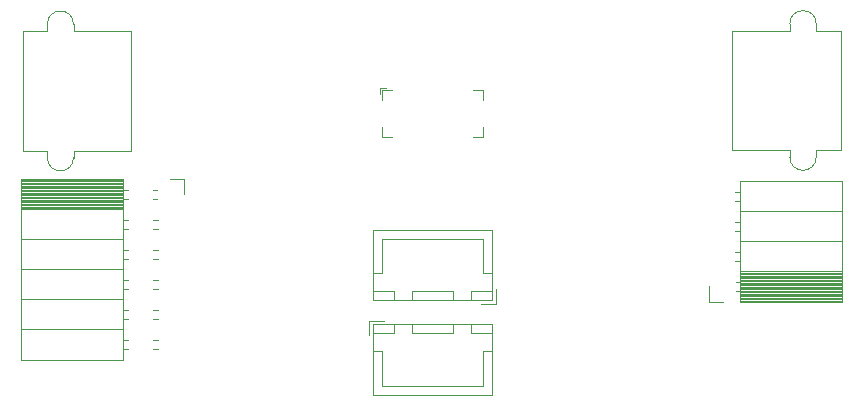
<source format=gbr>
%TF.GenerationSoftware,KiCad,Pcbnew,7.0.11*%
%TF.CreationDate,2025-01-20T01:43:57+09:00*%
%TF.ProjectId,Relay,52656c61-792e-46b6-9963-61645f706362,rev?*%
%TF.SameCoordinates,Original*%
%TF.FileFunction,Legend,Top*%
%TF.FilePolarity,Positive*%
%FSLAX46Y46*%
G04 Gerber Fmt 4.6, Leading zero omitted, Abs format (unit mm)*
G04 Created by KiCad (PCBNEW 7.0.11) date 2025-01-20 01:43:57*
%MOMM*%
%LPD*%
G01*
G04 APERTURE LIST*
%ADD10C,0.120000*%
G04 APERTURE END LIST*
D10*
%TO.C,J4*%
X119787000Y-86295000D02*
X119787000Y-85705000D01*
X122007000Y-86295000D02*
X122007000Y-85705000D01*
X117687000Y-85705000D02*
X119787000Y-85705000D01*
X117687000Y-85705000D02*
X117687000Y-75585000D01*
X122007000Y-85705000D02*
X126907000Y-85705000D01*
X126907000Y-85705000D02*
X126907000Y-75585000D01*
X117687000Y-75585000D02*
X119787000Y-75585000D01*
X119787000Y-75585000D02*
X119787000Y-74995000D01*
X122007000Y-75585000D02*
X126907000Y-75585000D01*
X122007000Y-75585000D02*
X122007000Y-74995000D01*
X119787000Y-86295000D02*
G75*
G03*
X122007000Y-86295000I1110000J0D01*
G01*
X122007000Y-74995000D02*
G75*
G03*
X119787000Y-74995000I-1110000J0D01*
G01*
%TO.C,J5*%
X147050000Y-100103000D02*
X147050000Y-101353000D01*
X147340000Y-100393000D02*
X147340000Y-106363000D01*
X147340000Y-106363000D02*
X157460000Y-106363000D01*
X147350000Y-100403000D02*
X147350000Y-101153000D01*
X147350000Y-101153000D02*
X149150000Y-101153000D01*
X147350000Y-102653000D02*
X148100000Y-102653000D01*
X148100000Y-102653000D02*
X148100000Y-105603000D01*
X148100000Y-105603000D02*
X152400000Y-105603000D01*
X148300000Y-100103000D02*
X147050000Y-100103000D01*
X149150000Y-100403000D02*
X147350000Y-100403000D01*
X149150000Y-101153000D02*
X149150000Y-100403000D01*
X150650000Y-100403000D02*
X150650000Y-101153000D01*
X150650000Y-101153000D02*
X154150000Y-101153000D01*
X154150000Y-100403000D02*
X150650000Y-100403000D01*
X154150000Y-101153000D02*
X154150000Y-100403000D01*
X155650000Y-100403000D02*
X155650000Y-101153000D01*
X155650000Y-101153000D02*
X157450000Y-101153000D01*
X156700000Y-102653000D02*
X156700000Y-105603000D01*
X156700000Y-105603000D02*
X152400000Y-105603000D01*
X157450000Y-100403000D02*
X155650000Y-100403000D01*
X157450000Y-101153000D02*
X157450000Y-100403000D01*
X157450000Y-102653000D02*
X156700000Y-102653000D01*
X157460000Y-100393000D02*
X147340000Y-100393000D01*
X157460000Y-106363000D02*
X157460000Y-100393000D01*
%TO.C,J1*%
X147980000Y-80380000D02*
X147980000Y-80880000D01*
X147980000Y-80380000D02*
X148480000Y-80380000D01*
X148130000Y-80530000D02*
X148130000Y-81430000D01*
X148130000Y-80530000D02*
X148930000Y-80530000D01*
X148130000Y-84570000D02*
X148130000Y-83670000D01*
X148130000Y-84570000D02*
X148930000Y-84570000D01*
X156670000Y-80530000D02*
X155870000Y-80530000D01*
X156670000Y-80530000D02*
X156670000Y-81430000D01*
X156670000Y-84570000D02*
X155870000Y-84570000D01*
X156670000Y-84570000D02*
X156670000Y-83670000D01*
%TO.C,J6*%
X157750000Y-98652000D02*
X157750000Y-97402000D01*
X157460000Y-98362000D02*
X157460000Y-92392000D01*
X157460000Y-92392000D02*
X147340000Y-92392000D01*
X157450000Y-98352000D02*
X157450000Y-97602000D01*
X157450000Y-97602000D02*
X155650000Y-97602000D01*
X157450000Y-96102000D02*
X156700000Y-96102000D01*
X156700000Y-96102000D02*
X156700000Y-93152000D01*
X156700000Y-93152000D02*
X152400000Y-93152000D01*
X156500000Y-98652000D02*
X157750000Y-98652000D01*
X155650000Y-98352000D02*
X157450000Y-98352000D01*
X155650000Y-97602000D02*
X155650000Y-98352000D01*
X154150000Y-98352000D02*
X154150000Y-97602000D01*
X154150000Y-97602000D02*
X150650000Y-97602000D01*
X150650000Y-98352000D02*
X154150000Y-98352000D01*
X150650000Y-97602000D02*
X150650000Y-98352000D01*
X149150000Y-98352000D02*
X149150000Y-97602000D01*
X149150000Y-97602000D02*
X147350000Y-97602000D01*
X148100000Y-96102000D02*
X148100000Y-93152000D01*
X148100000Y-93152000D02*
X152400000Y-93152000D01*
X147350000Y-98352000D02*
X149150000Y-98352000D01*
X147350000Y-97602000D02*
X147350000Y-98352000D01*
X147350000Y-96102000D02*
X148100000Y-96102000D01*
X147340000Y-98362000D02*
X157460000Y-98362000D01*
X147340000Y-92392000D02*
X147340000Y-98362000D01*
%TO.C,J8*%
X117582000Y-88078000D02*
X117582000Y-103438000D01*
X117582000Y-88078000D02*
X126212000Y-88078000D01*
X117582000Y-88198000D02*
X126212000Y-88198000D01*
X117582000Y-88316095D02*
X126212000Y-88316095D01*
X117582000Y-88434190D02*
X126212000Y-88434190D01*
X117582000Y-88552285D02*
X126212000Y-88552285D01*
X117582000Y-88670380D02*
X126212000Y-88670380D01*
X117582000Y-88788475D02*
X126212000Y-88788475D01*
X117582000Y-88906570D02*
X126212000Y-88906570D01*
X117582000Y-89024665D02*
X126212000Y-89024665D01*
X117582000Y-89142760D02*
X126212000Y-89142760D01*
X117582000Y-89260855D02*
X126212000Y-89260855D01*
X117582000Y-89378950D02*
X126212000Y-89378950D01*
X117582000Y-89497045D02*
X126212000Y-89497045D01*
X117582000Y-89615140D02*
X126212000Y-89615140D01*
X117582000Y-89733235D02*
X126212000Y-89733235D01*
X117582000Y-89851330D02*
X126212000Y-89851330D01*
X117582000Y-89969425D02*
X126212000Y-89969425D01*
X117582000Y-90087520D02*
X126212000Y-90087520D01*
X117582000Y-90205615D02*
X126212000Y-90205615D01*
X117582000Y-90323710D02*
X126212000Y-90323710D01*
X117582000Y-90441805D02*
X126212000Y-90441805D01*
X117582000Y-90559900D02*
X126212000Y-90559900D01*
X117582000Y-90678000D02*
X126212000Y-90678000D01*
X117582000Y-93218000D02*
X126212000Y-93218000D01*
X117582000Y-95758000D02*
X126212000Y-95758000D01*
X117582000Y-98298000D02*
X126212000Y-98298000D01*
X117582000Y-100838000D02*
X126212000Y-100838000D01*
X117582000Y-103438000D02*
X126212000Y-103438000D01*
X126212000Y-88078000D02*
X126212000Y-103438000D01*
X126212000Y-89048000D02*
X126622000Y-89048000D01*
X126212000Y-89768000D02*
X126622000Y-89768000D01*
X126212000Y-91588000D02*
X126622000Y-91588000D01*
X126212000Y-92308000D02*
X126622000Y-92308000D01*
X126212000Y-94128000D02*
X126622000Y-94128000D01*
X126212000Y-94848000D02*
X126622000Y-94848000D01*
X126212000Y-96668000D02*
X126622000Y-96668000D01*
X126212000Y-97388000D02*
X126622000Y-97388000D01*
X126212000Y-99208000D02*
X126622000Y-99208000D01*
X126212000Y-99928000D02*
X126622000Y-99928000D01*
X126212000Y-101748000D02*
X126622000Y-101748000D01*
X126212000Y-102468000D02*
X126622000Y-102468000D01*
X128722000Y-89048000D02*
X129102000Y-89048000D01*
X128722000Y-89768000D02*
X129102000Y-89768000D01*
X128722000Y-91588000D02*
X129162000Y-91588000D01*
X128722000Y-92308000D02*
X129162000Y-92308000D01*
X128722000Y-94128000D02*
X129162000Y-94128000D01*
X128722000Y-94848000D02*
X129162000Y-94848000D01*
X128722000Y-96668000D02*
X129162000Y-96668000D01*
X128722000Y-97388000D02*
X129162000Y-97388000D01*
X128722000Y-99208000D02*
X129162000Y-99208000D01*
X128722000Y-99928000D02*
X129162000Y-99928000D01*
X128722000Y-101748000D02*
X129162000Y-101748000D01*
X128722000Y-102468000D02*
X129162000Y-102468000D01*
X130212000Y-88078000D02*
X131322000Y-88078000D01*
X131322000Y-88078000D02*
X131322000Y-89408000D01*
%TO.C,J3*%
X184879000Y-74956000D02*
X184879000Y-75546000D01*
X182659000Y-74956000D02*
X182659000Y-75546000D01*
X186979000Y-75546000D02*
X184879000Y-75546000D01*
X186979000Y-75546000D02*
X186979000Y-85666000D01*
X182659000Y-75546000D02*
X177759000Y-75546000D01*
X177759000Y-75546000D02*
X177759000Y-85666000D01*
X186979000Y-85666000D02*
X184879000Y-85666000D01*
X184879000Y-85666000D02*
X184879000Y-86256000D01*
X182659000Y-85666000D02*
X177759000Y-85666000D01*
X182659000Y-85666000D02*
X182659000Y-86256000D01*
X184879000Y-74956000D02*
G75*
G03*
X182659000Y-74956000I-1110000J0D01*
G01*
X182659000Y-86256000D02*
G75*
G03*
X184879000Y-86256000I1110000J0D01*
G01*
%TO.C,J7*%
X187046000Y-98525000D02*
X187046000Y-88245000D01*
X187046000Y-98525000D02*
X178416000Y-98525000D01*
X187046000Y-98405000D02*
X178416000Y-98405000D01*
X187046000Y-98286905D02*
X178416000Y-98286905D01*
X187046000Y-98168810D02*
X178416000Y-98168810D01*
X187046000Y-98050715D02*
X178416000Y-98050715D01*
X187046000Y-97932620D02*
X178416000Y-97932620D01*
X187046000Y-97814525D02*
X178416000Y-97814525D01*
X187046000Y-97696430D02*
X178416000Y-97696430D01*
X187046000Y-97578335D02*
X178416000Y-97578335D01*
X187046000Y-97460240D02*
X178416000Y-97460240D01*
X187046000Y-97342145D02*
X178416000Y-97342145D01*
X187046000Y-97224050D02*
X178416000Y-97224050D01*
X187046000Y-97105955D02*
X178416000Y-97105955D01*
X187046000Y-96987860D02*
X178416000Y-96987860D01*
X187046000Y-96869765D02*
X178416000Y-96869765D01*
X187046000Y-96751670D02*
X178416000Y-96751670D01*
X187046000Y-96633575D02*
X178416000Y-96633575D01*
X187046000Y-96515480D02*
X178416000Y-96515480D01*
X187046000Y-96397385D02*
X178416000Y-96397385D01*
X187046000Y-96279290D02*
X178416000Y-96279290D01*
X187046000Y-96161195D02*
X178416000Y-96161195D01*
X187046000Y-96043100D02*
X178416000Y-96043100D01*
X187046000Y-95925000D02*
X178416000Y-95925000D01*
X187046000Y-93385000D02*
X178416000Y-93385000D01*
X187046000Y-90845000D02*
X178416000Y-90845000D01*
X187046000Y-88245000D02*
X178416000Y-88245000D01*
X178416000Y-98525000D02*
X178416000Y-88245000D01*
X178416000Y-97555000D02*
X178066000Y-97555000D01*
X178416000Y-96835000D02*
X178066000Y-96835000D01*
X178416000Y-95015000D02*
X178006000Y-95015000D01*
X178416000Y-94295000D02*
X178006000Y-94295000D01*
X178416000Y-92475000D02*
X178006000Y-92475000D01*
X178416000Y-91755000D02*
X178006000Y-91755000D01*
X178416000Y-89935000D02*
X178006000Y-89935000D01*
X178416000Y-89215000D02*
X178006000Y-89215000D01*
X176956000Y-98525000D02*
X175846000Y-98525000D01*
X175846000Y-98525000D02*
X175846000Y-97195000D01*
%TD*%
M02*

</source>
